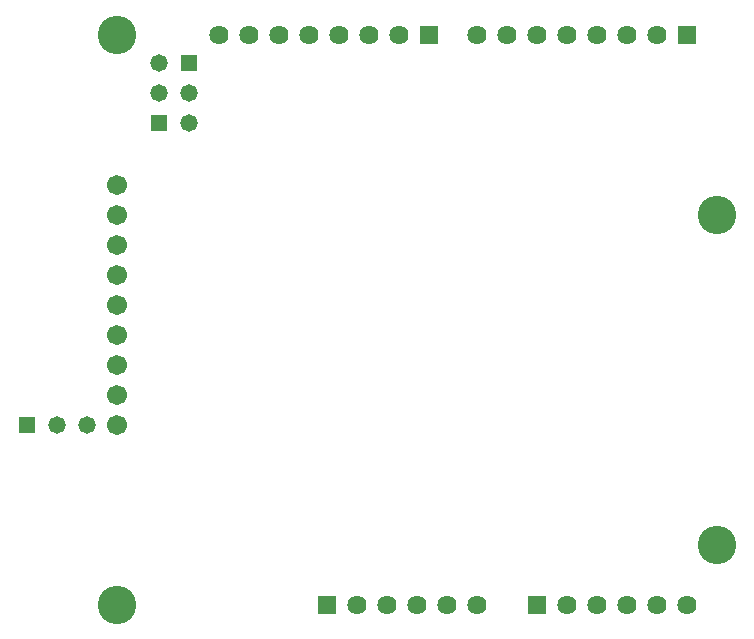
<source format=gbs>
*
G04 Mass Parameters ***
*
G04 Image ***
*
%INC:\SVN\HWTREE\PROJECT\NANO_SHIELD\NANO_SHIELD_RX2.SMB*%
%ICAS*%
%MOIN*%
%IPPOS*%
%ASAXBY*%
G74*%FSLAN2X34Y34*%
*
G04 Aperture Definitions ***
*
%ADD10C,0.1280*%
%ADD11C,0.0400*%
%ADD12R,0.0394X0.0394*%
%ADD13R,0.0236X0.0354*%
%ADD14R,0.0354X0.0236*%
%ADD15R,0.0390X0.0320*%
%ADD16R,0.0390X0.0390*%
%ADD17R,0.0410X0.0870*%
%ADD18C,0.0580*%
%ADD19R,0.0580X0.0580*%
%ADD20R,0.0300X0.0150*%
%ADD21R,0.0150X0.0300*%
%ADD22C,0.0620*%
%ADD23R,0.1850X0.1350*%
%ADD24O,0.0334X0.0931*%
%ADD25O,0.0931X0.0334*%
%ADD26O,0.0470X0.0140*%
%ADD27R,0.0470X0.0140*%
%ADD28C,0.0350*%
%ADD29C,0.0010*%
%ADD30C,0.0100*%
%ADD31C,0.0150*%
%ADD32C,0.0080*%
%ADD33C,0.0500*%
%ADD34C,0.0170*%
%ADD35C,0.0200*%
%ADD36R,0.1200X0.1200*%
%ADD37R,0.0472X0.0472*%
%ADD38R,0.0275X0.0393*%
%ADD39R,0.0393X0.0275*%
%ADD40R,0.0450X0.0380*%
%ADD41R,0.0450X0.0450*%
%ADD42R,0.0410X0.0750*%
%ADD43R,0.0330X0.0220*%
%ADD44R,0.0220X0.0330*%
%ADD45C,0.0640*%
%ADD46R,0.0640X0.0640*%
%ADD47C,0.0670*%
%ADD48R,0.1900X0.1400*%
%ADD49O,0.0394X0.0990*%
%ADD50O,0.0990X0.0394*%
%ADD51O,0.0510X0.0190*%
%ADD52R,0.0510X0.0190*%
%ADD53C,0.0157*%
%ADD54C,0.0079*%
*
G04 Plot Data ***
*
G54D10*
X0006000Y0001000D03*
Y0020000D03*
X0026000Y0003000D03*
Y0014000D03*
G54D18*
X0007400Y0018050D03*
Y0019050D03*
X0008400Y0018050D03*
Y0017050D03*
X0004000Y0007000D03*
X0005000D03*
G54D19*
X0007400Y0017050D03*
X0008400Y0019050D03*
X0003000Y0007000D03*
G54D45*
X0014000Y0001000D03*
X0015000D03*
X0016000D03*
X0017000D03*
X0018000D03*
X0015400Y0020000D03*
X0014400D03*
X0013400D03*
X0012400D03*
X0011400D03*
X0010400D03*
X0009400D03*
X0021000Y0001000D03*
X0022000D03*
X0023000D03*
X0024000D03*
X0025000D03*
X0024000Y0020000D03*
X0023000D03*
X0022000D03*
X0021000D03*
X0020000D03*
X0019000D03*
X0018000D03*
G54D46*
X0013000Y0001000D03*
X0016400Y0020000D03*
X0020000Y0001000D03*
X0025000Y0020000D03*
G54D47*
X0006000Y0007000D03*
Y0008000D03*
Y0009000D03*
Y0010000D03*
Y0011000D03*
Y0012000D03*
Y0013000D03*
Y0014000D03*
Y0015000D03*
M02*

</source>
